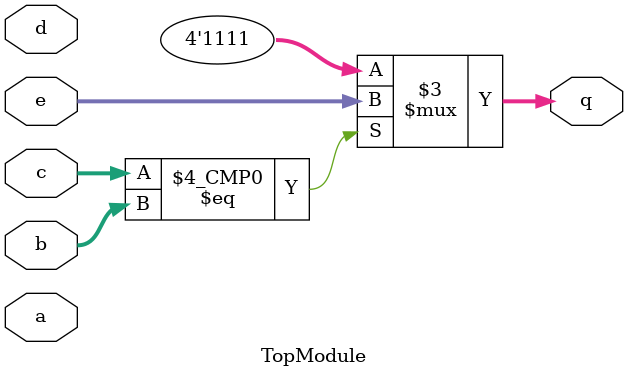
<source format=sv>

module TopModule (
    input [3:0] a,
    input [3:0] b,
    input [3:0] c,
    input [3:0] d,
    input [3:0] e,
    output reg [3:0] q
);

always @* begin
    case(c)
        b: q = e;
        default: q = 4'b1111; // f in binary representation
    endcase
end

endmodule
</source>
